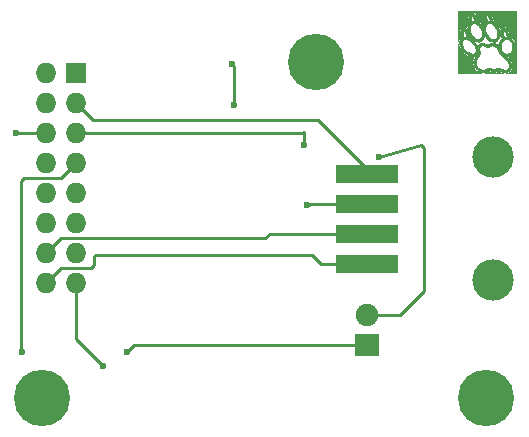
<source format=gbr>
G04 #@! TF.FileFunction,Copper,L2,Bot,Signal*
%FSLAX46Y46*%
G04 Gerber Fmt 4.6, Leading zero omitted, Abs format (unit mm)*
G04 Created by KiCad (PCBNEW (2015-08-05 BZR 6055, Git fa29c62)-product) date 3/31/2016 4:17:09 PM*
%MOMM*%
G01*
G04 APERTURE LIST*
%ADD10C,0.100000*%
%ADD11C,0.002540*%
%ADD12C,4.762500*%
%ADD13R,2.000000X1.900000*%
%ADD14C,1.900000*%
%ADD15C,3.500000*%
%ADD16R,5.330000X1.650000*%
%ADD17R,1.727200X1.727200*%
%ADD18O,1.727200X1.727200*%
%ADD19C,0.600000*%
%ADD20C,0.250000*%
G04 APERTURE END LIST*
D10*
D11*
G36*
X148673820Y-40657780D02*
X148676360Y-41963340D01*
X148676360Y-42138600D01*
X148676360Y-42298620D01*
X148676360Y-42443400D01*
X148676360Y-42570400D01*
X148676360Y-42687240D01*
X148676360Y-42788840D01*
X148676360Y-42877740D01*
X148676360Y-42953940D01*
X148678900Y-43019980D01*
X148678900Y-43075860D01*
X148678900Y-43121580D01*
X148678900Y-43157140D01*
X148681440Y-43185080D01*
X148681440Y-43202860D01*
X148683980Y-43215560D01*
X148683980Y-43223180D01*
X148686520Y-43223180D01*
X148686520Y-43218100D01*
X148686520Y-43218100D01*
X148704300Y-43157140D01*
X148727160Y-43096180D01*
X148752560Y-43042840D01*
X148777960Y-42999660D01*
X148793200Y-42981880D01*
X148800820Y-42971720D01*
X148803360Y-42961560D01*
X148803360Y-42948860D01*
X148800820Y-42926000D01*
X148793200Y-42892980D01*
X148775420Y-42786300D01*
X148762720Y-42677080D01*
X148760180Y-42562780D01*
X148762720Y-42451020D01*
X148772880Y-42344340D01*
X148793200Y-42250360D01*
X148793200Y-42245280D01*
X148821140Y-42158920D01*
X148859240Y-42087800D01*
X148904960Y-42029380D01*
X148958300Y-41986200D01*
X148986240Y-41970960D01*
X149014180Y-41958260D01*
X149042120Y-41950640D01*
X149072600Y-41948100D01*
X149105620Y-41948100D01*
X149143720Y-41948100D01*
X149174200Y-41950640D01*
X149197060Y-41958260D01*
X149227540Y-41970960D01*
X149235160Y-41976040D01*
X149293580Y-42014140D01*
X149329140Y-42047160D01*
X149367240Y-42090340D01*
X149377400Y-42026840D01*
X149402800Y-41915080D01*
X149440900Y-41805860D01*
X149491700Y-41709340D01*
X149494240Y-41701720D01*
X149529800Y-41648380D01*
X149512020Y-41589960D01*
X149496780Y-41529000D01*
X149484080Y-41475660D01*
X149476460Y-41422320D01*
X149471380Y-41368980D01*
X149468840Y-41308020D01*
X149466300Y-41236900D01*
X149466300Y-41206420D01*
X149468840Y-41107360D01*
X149473920Y-41023540D01*
X149481540Y-40952420D01*
X149496780Y-40891460D01*
X149514560Y-40840660D01*
X149539960Y-40797480D01*
X149567900Y-40759380D01*
X149590760Y-40739060D01*
X149628860Y-40706040D01*
X149666960Y-40685720D01*
X149707600Y-40673020D01*
X149758400Y-40665400D01*
X149796500Y-40665400D01*
X149849840Y-40667940D01*
X149898100Y-40678100D01*
X149941280Y-40695880D01*
X149979380Y-40726360D01*
X150020020Y-40767000D01*
X150063200Y-40820340D01*
X150080980Y-40843200D01*
X150164800Y-40972740D01*
X150238460Y-41109900D01*
X150301960Y-41247060D01*
X150350220Y-41386760D01*
X150368000Y-41442640D01*
X150378160Y-41480740D01*
X150385780Y-41511220D01*
X150393400Y-41534080D01*
X150395940Y-41541700D01*
X150451820Y-41584880D01*
X150515320Y-41638220D01*
X150578820Y-41696640D01*
X150639780Y-41760140D01*
X150677880Y-41803320D01*
X150721060Y-41854120D01*
X150754080Y-41783000D01*
X150771860Y-41747440D01*
X150789640Y-41714420D01*
X150804880Y-41689020D01*
X150809960Y-41681400D01*
X150830280Y-41653460D01*
X150812500Y-41577260D01*
X150789640Y-41480740D01*
X150774400Y-41376600D01*
X150766780Y-41269920D01*
X150766780Y-41165780D01*
X150771860Y-41064180D01*
X150782020Y-40970200D01*
X150799800Y-40888920D01*
X150804880Y-40873680D01*
X150832820Y-40810180D01*
X150868380Y-40756840D01*
X150909020Y-40721280D01*
X150949660Y-40693340D01*
X150990300Y-40678100D01*
X151033480Y-40667940D01*
X151086820Y-40665400D01*
X151099520Y-40665400D01*
X151150320Y-40667940D01*
X151193500Y-40675560D01*
X151234140Y-40693340D01*
X151272240Y-40718740D01*
X151310340Y-40754300D01*
X151350980Y-40800020D01*
X151394160Y-40860980D01*
X151419560Y-40896540D01*
X151485600Y-41003220D01*
X151544020Y-41117520D01*
X151597360Y-41234360D01*
X151640540Y-41348660D01*
X151673560Y-41457880D01*
X151676100Y-41470580D01*
X151691340Y-41536620D01*
X151747220Y-41579800D01*
X151836120Y-41650920D01*
X151919940Y-41737280D01*
X152001220Y-41833800D01*
X152074880Y-41935400D01*
X152138380Y-42039540D01*
X152146000Y-42057320D01*
X152186640Y-42133520D01*
X152201880Y-42105580D01*
X152234900Y-42054780D01*
X152283160Y-42011600D01*
X152339040Y-41976040D01*
X152400000Y-41953180D01*
X152435560Y-41945560D01*
X152491440Y-41945560D01*
X152544780Y-41955720D01*
X152593040Y-41976040D01*
X152643840Y-42006520D01*
X152694640Y-42052240D01*
X152747980Y-42113200D01*
X152806400Y-42186860D01*
X152839420Y-42235120D01*
X152923240Y-42367200D01*
X152994360Y-42501820D01*
X153050240Y-42636440D01*
X153090880Y-42760900D01*
X153121360Y-42862500D01*
X153164540Y-42887900D01*
X153195020Y-42908220D01*
X153230580Y-42938700D01*
X153271220Y-42976800D01*
X153311860Y-43017440D01*
X153352500Y-43058080D01*
X153385520Y-43098720D01*
X153408380Y-43126660D01*
X153471880Y-43238420D01*
X153522680Y-43360340D01*
X153560780Y-43484800D01*
X153563320Y-43502580D01*
X153570940Y-43550840D01*
X153576020Y-43611800D01*
X153578560Y-43677840D01*
X153576020Y-43748960D01*
X153573480Y-43815000D01*
X153568400Y-43875960D01*
X153560780Y-43926760D01*
X153560780Y-43934380D01*
X153527760Y-44051220D01*
X153479500Y-44160440D01*
X153421080Y-44262040D01*
X153352500Y-44353480D01*
X153271220Y-44432220D01*
X153192480Y-44490640D01*
X153146760Y-44518580D01*
X153090880Y-44546520D01*
X153035000Y-44569380D01*
X152984200Y-44587160D01*
X152974040Y-44589700D01*
X152951180Y-44594780D01*
X152999440Y-44653200D01*
X153075640Y-44747180D01*
X153139140Y-44843700D01*
X153189940Y-44942760D01*
X153230580Y-45046900D01*
X153253440Y-45125640D01*
X153266140Y-45196760D01*
X153273760Y-45275500D01*
X153276300Y-45354240D01*
X153271220Y-45430440D01*
X153258520Y-45496480D01*
X153255980Y-45501560D01*
X153222960Y-45598080D01*
X153174700Y-45684440D01*
X153113740Y-45763180D01*
X153042620Y-45829220D01*
X152961340Y-45882560D01*
X152869900Y-45923200D01*
X152824180Y-45938440D01*
X152788620Y-45948600D01*
X152760680Y-45956220D01*
X152740360Y-45958760D01*
X152742900Y-45961300D01*
X152763220Y-45961300D01*
X152796240Y-45961300D01*
X152841960Y-45961300D01*
X152897840Y-45963840D01*
X152963880Y-45963840D01*
X153040080Y-45963840D01*
X153121360Y-45963840D01*
X153151840Y-45963840D01*
X153586180Y-45966380D01*
X153586180Y-43312080D01*
X153586180Y-40657780D01*
X151130000Y-40657780D01*
X148673820Y-40657780D01*
X148673820Y-40657780D01*
X148673820Y-40657780D01*
G37*
X148673820Y-40657780D02*
X148676360Y-41963340D01*
X148676360Y-42138600D01*
X148676360Y-42298620D01*
X148676360Y-42443400D01*
X148676360Y-42570400D01*
X148676360Y-42687240D01*
X148676360Y-42788840D01*
X148676360Y-42877740D01*
X148676360Y-42953940D01*
X148678900Y-43019980D01*
X148678900Y-43075860D01*
X148678900Y-43121580D01*
X148678900Y-43157140D01*
X148681440Y-43185080D01*
X148681440Y-43202860D01*
X148683980Y-43215560D01*
X148683980Y-43223180D01*
X148686520Y-43223180D01*
X148686520Y-43218100D01*
X148686520Y-43218100D01*
X148704300Y-43157140D01*
X148727160Y-43096180D01*
X148752560Y-43042840D01*
X148777960Y-42999660D01*
X148793200Y-42981880D01*
X148800820Y-42971720D01*
X148803360Y-42961560D01*
X148803360Y-42948860D01*
X148800820Y-42926000D01*
X148793200Y-42892980D01*
X148775420Y-42786300D01*
X148762720Y-42677080D01*
X148760180Y-42562780D01*
X148762720Y-42451020D01*
X148772880Y-42344340D01*
X148793200Y-42250360D01*
X148793200Y-42245280D01*
X148821140Y-42158920D01*
X148859240Y-42087800D01*
X148904960Y-42029380D01*
X148958300Y-41986200D01*
X148986240Y-41970960D01*
X149014180Y-41958260D01*
X149042120Y-41950640D01*
X149072600Y-41948100D01*
X149105620Y-41948100D01*
X149143720Y-41948100D01*
X149174200Y-41950640D01*
X149197060Y-41958260D01*
X149227540Y-41970960D01*
X149235160Y-41976040D01*
X149293580Y-42014140D01*
X149329140Y-42047160D01*
X149367240Y-42090340D01*
X149377400Y-42026840D01*
X149402800Y-41915080D01*
X149440900Y-41805860D01*
X149491700Y-41709340D01*
X149494240Y-41701720D01*
X149529800Y-41648380D01*
X149512020Y-41589960D01*
X149496780Y-41529000D01*
X149484080Y-41475660D01*
X149476460Y-41422320D01*
X149471380Y-41368980D01*
X149468840Y-41308020D01*
X149466300Y-41236900D01*
X149466300Y-41206420D01*
X149468840Y-41107360D01*
X149473920Y-41023540D01*
X149481540Y-40952420D01*
X149496780Y-40891460D01*
X149514560Y-40840660D01*
X149539960Y-40797480D01*
X149567900Y-40759380D01*
X149590760Y-40739060D01*
X149628860Y-40706040D01*
X149666960Y-40685720D01*
X149707600Y-40673020D01*
X149758400Y-40665400D01*
X149796500Y-40665400D01*
X149849840Y-40667940D01*
X149898100Y-40678100D01*
X149941280Y-40695880D01*
X149979380Y-40726360D01*
X150020020Y-40767000D01*
X150063200Y-40820340D01*
X150080980Y-40843200D01*
X150164800Y-40972740D01*
X150238460Y-41109900D01*
X150301960Y-41247060D01*
X150350220Y-41386760D01*
X150368000Y-41442640D01*
X150378160Y-41480740D01*
X150385780Y-41511220D01*
X150393400Y-41534080D01*
X150395940Y-41541700D01*
X150451820Y-41584880D01*
X150515320Y-41638220D01*
X150578820Y-41696640D01*
X150639780Y-41760140D01*
X150677880Y-41803320D01*
X150721060Y-41854120D01*
X150754080Y-41783000D01*
X150771860Y-41747440D01*
X150789640Y-41714420D01*
X150804880Y-41689020D01*
X150809960Y-41681400D01*
X150830280Y-41653460D01*
X150812500Y-41577260D01*
X150789640Y-41480740D01*
X150774400Y-41376600D01*
X150766780Y-41269920D01*
X150766780Y-41165780D01*
X150771860Y-41064180D01*
X150782020Y-40970200D01*
X150799800Y-40888920D01*
X150804880Y-40873680D01*
X150832820Y-40810180D01*
X150868380Y-40756840D01*
X150909020Y-40721280D01*
X150949660Y-40693340D01*
X150990300Y-40678100D01*
X151033480Y-40667940D01*
X151086820Y-40665400D01*
X151099520Y-40665400D01*
X151150320Y-40667940D01*
X151193500Y-40675560D01*
X151234140Y-40693340D01*
X151272240Y-40718740D01*
X151310340Y-40754300D01*
X151350980Y-40800020D01*
X151394160Y-40860980D01*
X151419560Y-40896540D01*
X151485600Y-41003220D01*
X151544020Y-41117520D01*
X151597360Y-41234360D01*
X151640540Y-41348660D01*
X151673560Y-41457880D01*
X151676100Y-41470580D01*
X151691340Y-41536620D01*
X151747220Y-41579800D01*
X151836120Y-41650920D01*
X151919940Y-41737280D01*
X152001220Y-41833800D01*
X152074880Y-41935400D01*
X152138380Y-42039540D01*
X152146000Y-42057320D01*
X152186640Y-42133520D01*
X152201880Y-42105580D01*
X152234900Y-42054780D01*
X152283160Y-42011600D01*
X152339040Y-41976040D01*
X152400000Y-41953180D01*
X152435560Y-41945560D01*
X152491440Y-41945560D01*
X152544780Y-41955720D01*
X152593040Y-41976040D01*
X152643840Y-42006520D01*
X152694640Y-42052240D01*
X152747980Y-42113200D01*
X152806400Y-42186860D01*
X152839420Y-42235120D01*
X152923240Y-42367200D01*
X152994360Y-42501820D01*
X153050240Y-42636440D01*
X153090880Y-42760900D01*
X153121360Y-42862500D01*
X153164540Y-42887900D01*
X153195020Y-42908220D01*
X153230580Y-42938700D01*
X153271220Y-42976800D01*
X153311860Y-43017440D01*
X153352500Y-43058080D01*
X153385520Y-43098720D01*
X153408380Y-43126660D01*
X153471880Y-43238420D01*
X153522680Y-43360340D01*
X153560780Y-43484800D01*
X153563320Y-43502580D01*
X153570940Y-43550840D01*
X153576020Y-43611800D01*
X153578560Y-43677840D01*
X153576020Y-43748960D01*
X153573480Y-43815000D01*
X153568400Y-43875960D01*
X153560780Y-43926760D01*
X153560780Y-43934380D01*
X153527760Y-44051220D01*
X153479500Y-44160440D01*
X153421080Y-44262040D01*
X153352500Y-44353480D01*
X153271220Y-44432220D01*
X153192480Y-44490640D01*
X153146760Y-44518580D01*
X153090880Y-44546520D01*
X153035000Y-44569380D01*
X152984200Y-44587160D01*
X152974040Y-44589700D01*
X152951180Y-44594780D01*
X152999440Y-44653200D01*
X153075640Y-44747180D01*
X153139140Y-44843700D01*
X153189940Y-44942760D01*
X153230580Y-45046900D01*
X153253440Y-45125640D01*
X153266140Y-45196760D01*
X153273760Y-45275500D01*
X153276300Y-45354240D01*
X153271220Y-45430440D01*
X153258520Y-45496480D01*
X153255980Y-45501560D01*
X153222960Y-45598080D01*
X153174700Y-45684440D01*
X153113740Y-45763180D01*
X153042620Y-45829220D01*
X152961340Y-45882560D01*
X152869900Y-45923200D01*
X152824180Y-45938440D01*
X152788620Y-45948600D01*
X152760680Y-45956220D01*
X152740360Y-45958760D01*
X152742900Y-45961300D01*
X152763220Y-45961300D01*
X152796240Y-45961300D01*
X152841960Y-45961300D01*
X152897840Y-45963840D01*
X152963880Y-45963840D01*
X153040080Y-45963840D01*
X153121360Y-45963840D01*
X153151840Y-45963840D01*
X153586180Y-45966380D01*
X153586180Y-43312080D01*
X153586180Y-40657780D01*
X151130000Y-40657780D01*
X148673820Y-40657780D01*
X148673820Y-40657780D01*
G36*
X150931880Y-45956220D02*
X150934420Y-45958760D01*
X150944580Y-45958760D01*
X150959820Y-45961300D01*
X150985220Y-45961300D01*
X151018240Y-45961300D01*
X151061420Y-45963840D01*
X151114760Y-45963840D01*
X151180800Y-45963840D01*
X151259540Y-45963840D01*
X151353520Y-45963840D01*
X151457660Y-45963840D01*
X151579580Y-45963840D01*
X151701500Y-45963840D01*
X151838660Y-45963840D01*
X151958040Y-45963840D01*
X152064720Y-45963840D01*
X152156160Y-45963840D01*
X152232360Y-45963840D01*
X152298400Y-45963840D01*
X152349200Y-45961300D01*
X152392380Y-45961300D01*
X152422860Y-45961300D01*
X152445720Y-45958760D01*
X152460960Y-45958760D01*
X152468580Y-45956220D01*
X152468580Y-45956220D01*
X152460960Y-45953680D01*
X152458420Y-45953680D01*
X152407620Y-45940980D01*
X152356820Y-45925740D01*
X152300940Y-45905420D01*
X152239980Y-45877480D01*
X152179020Y-45849540D01*
X152062180Y-45793660D01*
X152021540Y-45829220D01*
X151955500Y-45877480D01*
X151879300Y-45910500D01*
X151792940Y-45933360D01*
X151698960Y-45940980D01*
X151696420Y-45940980D01*
X151612600Y-45935900D01*
X151531320Y-45918120D01*
X151452580Y-45890180D01*
X151368760Y-45847000D01*
X151328120Y-45821600D01*
X151274780Y-45786040D01*
X151229060Y-45821600D01*
X151135080Y-45882560D01*
X151036020Y-45925740D01*
X150944580Y-45953680D01*
X150936960Y-45953680D01*
X150931880Y-45956220D01*
X150931880Y-45956220D01*
X150931880Y-45956220D01*
G37*
X150931880Y-45956220D02*
X150934420Y-45958760D01*
X150944580Y-45958760D01*
X150959820Y-45961300D01*
X150985220Y-45961300D01*
X151018240Y-45961300D01*
X151061420Y-45963840D01*
X151114760Y-45963840D01*
X151180800Y-45963840D01*
X151259540Y-45963840D01*
X151353520Y-45963840D01*
X151457660Y-45963840D01*
X151579580Y-45963840D01*
X151701500Y-45963840D01*
X151838660Y-45963840D01*
X151958040Y-45963840D01*
X152064720Y-45963840D01*
X152156160Y-45963840D01*
X152232360Y-45963840D01*
X152298400Y-45963840D01*
X152349200Y-45961300D01*
X152392380Y-45961300D01*
X152422860Y-45961300D01*
X152445720Y-45958760D01*
X152460960Y-45958760D01*
X152468580Y-45956220D01*
X152468580Y-45956220D01*
X152460960Y-45953680D01*
X152458420Y-45953680D01*
X152407620Y-45940980D01*
X152356820Y-45925740D01*
X152300940Y-45905420D01*
X152239980Y-45877480D01*
X152179020Y-45849540D01*
X152062180Y-45793660D01*
X152021540Y-45829220D01*
X151955500Y-45877480D01*
X151879300Y-45910500D01*
X151792940Y-45933360D01*
X151698960Y-45940980D01*
X151696420Y-45940980D01*
X151612600Y-45935900D01*
X151531320Y-45918120D01*
X151452580Y-45890180D01*
X151368760Y-45847000D01*
X151328120Y-45821600D01*
X151274780Y-45786040D01*
X151229060Y-45821600D01*
X151135080Y-45882560D01*
X151036020Y-45925740D01*
X150944580Y-45953680D01*
X150936960Y-45953680D01*
X150931880Y-45956220D01*
X150931880Y-45956220D01*
G36*
X148673820Y-45966380D02*
X149677120Y-45963840D01*
X149677120Y-44711620D01*
X149679660Y-44706540D01*
X149687280Y-44706540D01*
X149699980Y-44714160D01*
X149702520Y-44737020D01*
X149702520Y-44739560D01*
X149702520Y-44759880D01*
X149697440Y-44764960D01*
X149692360Y-44752260D01*
X149682200Y-44731940D01*
X149677120Y-44711620D01*
X149677120Y-45963840D01*
X149679660Y-45963840D01*
X149710140Y-45963840D01*
X149710140Y-44731940D01*
X149717760Y-44734480D01*
X149720300Y-44737020D01*
X149730460Y-44742100D01*
X149733000Y-44734480D01*
X149733000Y-44726860D01*
X149738080Y-44709080D01*
X149748240Y-44704000D01*
X149758400Y-44714160D01*
X149760940Y-44724320D01*
X149768560Y-44747180D01*
X149771100Y-44757340D01*
X149771100Y-44709080D01*
X149776180Y-44706540D01*
X149793960Y-44704000D01*
X149796500Y-44704000D01*
X149816820Y-44706540D01*
X149821900Y-44709080D01*
X149819360Y-44711620D01*
X149811740Y-44721780D01*
X149816820Y-44739560D01*
X149816820Y-44742100D01*
X149824440Y-44759880D01*
X149824440Y-44770040D01*
X149821900Y-44770040D01*
X149814280Y-44762420D01*
X149806660Y-44747180D01*
X149801580Y-44734480D01*
X149801580Y-44731940D01*
X149793960Y-44719240D01*
X149781260Y-44711620D01*
X149771100Y-44709080D01*
X149771100Y-44757340D01*
X149773640Y-44770040D01*
X149771100Y-44770040D01*
X149760940Y-44759880D01*
X149755860Y-44749720D01*
X149743160Y-44724320D01*
X149740620Y-44749720D01*
X149738080Y-44767500D01*
X149733000Y-44770040D01*
X149720300Y-44757340D01*
X149710140Y-44742100D01*
X149710140Y-44731940D01*
X149710140Y-45963840D01*
X149832060Y-45963840D01*
X149969220Y-45963840D01*
X150091140Y-45963840D01*
X150200360Y-45963840D01*
X150291800Y-45963840D01*
X150373080Y-45963840D01*
X150441660Y-45963840D01*
X150497540Y-45961300D01*
X150543260Y-45961300D01*
X150578820Y-45961300D01*
X150604220Y-45958760D01*
X150624540Y-45958760D01*
X150634700Y-45956220D01*
X150637240Y-45956220D01*
X150634700Y-45953680D01*
X150629620Y-45953680D01*
X150512780Y-45920660D01*
X150401020Y-45874940D01*
X150296880Y-45813980D01*
X150197820Y-45737780D01*
X150126700Y-45669200D01*
X150053040Y-45582840D01*
X149992080Y-45488860D01*
X149943820Y-45387260D01*
X149903180Y-45275500D01*
X149895560Y-45247560D01*
X149887940Y-45212000D01*
X149880320Y-45184060D01*
X149877780Y-45153580D01*
X149875240Y-45118020D01*
X149872700Y-45072300D01*
X149872700Y-45026580D01*
X149875240Y-44950380D01*
X149877780Y-44884340D01*
X149887940Y-44828460D01*
X149903180Y-44775120D01*
X149923500Y-44719240D01*
X149941280Y-44681140D01*
X149953980Y-44650660D01*
X149964140Y-44627800D01*
X149969220Y-44615100D01*
X149969220Y-44615100D01*
X149961600Y-44612560D01*
X149941280Y-44612560D01*
X149910800Y-44610020D01*
X149898100Y-44610020D01*
X149788880Y-44602400D01*
X149674580Y-44579540D01*
X149560280Y-44541440D01*
X149445980Y-44490640D01*
X149331680Y-44424600D01*
X149283420Y-44391580D01*
X149235160Y-44356020D01*
X149179280Y-44307760D01*
X149120860Y-44251880D01*
X149062440Y-44193460D01*
X149009100Y-44135040D01*
X148960840Y-44079160D01*
X148920200Y-44030900D01*
X148917660Y-44025820D01*
X148836380Y-43901360D01*
X148772880Y-43774360D01*
X148722080Y-43647360D01*
X148691600Y-43535600D01*
X148676360Y-43454320D01*
X148676360Y-44711620D01*
X148673820Y-45966380D01*
X148673820Y-45966380D01*
X148673820Y-45966380D01*
G37*
X148673820Y-45966380D02*
X149677120Y-45963840D01*
X149677120Y-44711620D01*
X149679660Y-44706540D01*
X149687280Y-44706540D01*
X149699980Y-44714160D01*
X149702520Y-44737020D01*
X149702520Y-44739560D01*
X149702520Y-44759880D01*
X149697440Y-44764960D01*
X149692360Y-44752260D01*
X149682200Y-44731940D01*
X149677120Y-44711620D01*
X149677120Y-45963840D01*
X149679660Y-45963840D01*
X149710140Y-45963840D01*
X149710140Y-44731940D01*
X149717760Y-44734480D01*
X149720300Y-44737020D01*
X149730460Y-44742100D01*
X149733000Y-44734480D01*
X149733000Y-44726860D01*
X149738080Y-44709080D01*
X149748240Y-44704000D01*
X149758400Y-44714160D01*
X149760940Y-44724320D01*
X149768560Y-44747180D01*
X149771100Y-44757340D01*
X149771100Y-44709080D01*
X149776180Y-44706540D01*
X149793960Y-44704000D01*
X149796500Y-44704000D01*
X149816820Y-44706540D01*
X149821900Y-44709080D01*
X149819360Y-44711620D01*
X149811740Y-44721780D01*
X149816820Y-44739560D01*
X149816820Y-44742100D01*
X149824440Y-44759880D01*
X149824440Y-44770040D01*
X149821900Y-44770040D01*
X149814280Y-44762420D01*
X149806660Y-44747180D01*
X149801580Y-44734480D01*
X149801580Y-44731940D01*
X149793960Y-44719240D01*
X149781260Y-44711620D01*
X149771100Y-44709080D01*
X149771100Y-44757340D01*
X149773640Y-44770040D01*
X149771100Y-44770040D01*
X149760940Y-44759880D01*
X149755860Y-44749720D01*
X149743160Y-44724320D01*
X149740620Y-44749720D01*
X149738080Y-44767500D01*
X149733000Y-44770040D01*
X149720300Y-44757340D01*
X149710140Y-44742100D01*
X149710140Y-44731940D01*
X149710140Y-45963840D01*
X149832060Y-45963840D01*
X149969220Y-45963840D01*
X150091140Y-45963840D01*
X150200360Y-45963840D01*
X150291800Y-45963840D01*
X150373080Y-45963840D01*
X150441660Y-45963840D01*
X150497540Y-45961300D01*
X150543260Y-45961300D01*
X150578820Y-45961300D01*
X150604220Y-45958760D01*
X150624540Y-45958760D01*
X150634700Y-45956220D01*
X150637240Y-45956220D01*
X150634700Y-45953680D01*
X150629620Y-45953680D01*
X150512780Y-45920660D01*
X150401020Y-45874940D01*
X150296880Y-45813980D01*
X150197820Y-45737780D01*
X150126700Y-45669200D01*
X150053040Y-45582840D01*
X149992080Y-45488860D01*
X149943820Y-45387260D01*
X149903180Y-45275500D01*
X149895560Y-45247560D01*
X149887940Y-45212000D01*
X149880320Y-45184060D01*
X149877780Y-45153580D01*
X149875240Y-45118020D01*
X149872700Y-45072300D01*
X149872700Y-45026580D01*
X149875240Y-44950380D01*
X149877780Y-44884340D01*
X149887940Y-44828460D01*
X149903180Y-44775120D01*
X149923500Y-44719240D01*
X149941280Y-44681140D01*
X149953980Y-44650660D01*
X149964140Y-44627800D01*
X149969220Y-44615100D01*
X149969220Y-44615100D01*
X149961600Y-44612560D01*
X149941280Y-44612560D01*
X149910800Y-44610020D01*
X149898100Y-44610020D01*
X149788880Y-44602400D01*
X149674580Y-44579540D01*
X149560280Y-44541440D01*
X149445980Y-44490640D01*
X149331680Y-44424600D01*
X149283420Y-44391580D01*
X149235160Y-44356020D01*
X149179280Y-44307760D01*
X149120860Y-44251880D01*
X149062440Y-44193460D01*
X149009100Y-44135040D01*
X148960840Y-44079160D01*
X148920200Y-44030900D01*
X148917660Y-44025820D01*
X148836380Y-43901360D01*
X148772880Y-43774360D01*
X148722080Y-43647360D01*
X148691600Y-43535600D01*
X148676360Y-43454320D01*
X148676360Y-44711620D01*
X148673820Y-45966380D01*
X148673820Y-45966380D01*
G36*
X148772880Y-43378120D02*
X148777960Y-43436540D01*
X148783040Y-43487340D01*
X148788120Y-43515280D01*
X148795740Y-43550840D01*
X148808440Y-43594020D01*
X148823680Y-43639740D01*
X148826220Y-43649900D01*
X148877020Y-43766740D01*
X148943060Y-43883580D01*
X148983700Y-43944540D01*
X148983700Y-43370500D01*
X148983700Y-43322240D01*
X148986240Y-43289220D01*
X148988780Y-43263820D01*
X148993860Y-43243500D01*
X148998940Y-43223180D01*
X149004020Y-43218100D01*
X149037040Y-43162220D01*
X149057360Y-43141900D01*
X149057360Y-42532300D01*
X149059900Y-42509440D01*
X149062440Y-42466260D01*
X149070060Y-42420540D01*
X149077680Y-42374820D01*
X149085300Y-42334180D01*
X149092920Y-42298620D01*
X149100540Y-42273220D01*
X149105620Y-42263060D01*
X149113240Y-42265600D01*
X149125940Y-42280840D01*
X149146260Y-42308780D01*
X149166580Y-42344340D01*
X149191980Y-42387520D01*
X149217380Y-42435780D01*
X149240240Y-42486580D01*
X149265640Y-42537380D01*
X149285960Y-42588180D01*
X149303740Y-42633900D01*
X149303740Y-42636440D01*
X149324060Y-42699940D01*
X149341840Y-42768520D01*
X149359620Y-42847260D01*
X149372320Y-42913300D01*
X149377400Y-42941240D01*
X149331680Y-42928540D01*
X149303740Y-42923460D01*
X149265640Y-42920920D01*
X149222460Y-42918380D01*
X149199600Y-42918380D01*
X149108160Y-42918380D01*
X149090380Y-42837100D01*
X149070060Y-42730420D01*
X149059900Y-42628820D01*
X149057360Y-42532300D01*
X149057360Y-43141900D01*
X149082760Y-43119040D01*
X149118320Y-43096180D01*
X149164040Y-43080940D01*
X149222460Y-43070780D01*
X149283420Y-43070780D01*
X149349460Y-43075860D01*
X149390100Y-43086020D01*
X149491700Y-43121580D01*
X149590760Y-43169840D01*
X149684740Y-43233340D01*
X149778720Y-43304460D01*
X149862540Y-43388280D01*
X149941280Y-43477180D01*
X150012400Y-43571160D01*
X150070820Y-43670220D01*
X150116540Y-43771820D01*
X150149560Y-43873420D01*
X150164800Y-43952160D01*
X150167340Y-44028360D01*
X150159720Y-44099480D01*
X150136860Y-44162980D01*
X150103840Y-44216320D01*
X150063200Y-44256960D01*
X150009860Y-44287440D01*
X149997160Y-44292520D01*
X149951440Y-44302680D01*
X149895560Y-44305220D01*
X149834600Y-44302680D01*
X149776180Y-44295060D01*
X149750780Y-44289980D01*
X149649180Y-44254420D01*
X149550120Y-44203620D01*
X149453600Y-44140120D01*
X149359620Y-44063920D01*
X149273260Y-43980100D01*
X149191980Y-43886120D01*
X149123400Y-43787060D01*
X149062440Y-43682920D01*
X149016720Y-43576240D01*
X149011640Y-43561000D01*
X148998940Y-43525440D01*
X148991320Y-43497500D01*
X148986240Y-43469560D01*
X148983700Y-43439080D01*
X148983700Y-43398440D01*
X148983700Y-43370500D01*
X148983700Y-43944540D01*
X149019260Y-43997880D01*
X149108160Y-44104560D01*
X149207220Y-44201080D01*
X149313900Y-44289980D01*
X149423120Y-44366180D01*
X149512020Y-44414440D01*
X149570440Y-44442380D01*
X149636480Y-44465240D01*
X149707600Y-44488100D01*
X149771100Y-44503340D01*
X149811740Y-44508420D01*
X149905720Y-44513500D01*
X149994620Y-44503340D01*
X150075900Y-44480480D01*
X150149560Y-44444920D01*
X150213060Y-44396660D01*
X150230840Y-44381420D01*
X150238460Y-44376340D01*
X150241000Y-44376340D01*
X150235920Y-44386500D01*
X150223220Y-44406820D01*
X150205440Y-44434760D01*
X150180040Y-44470320D01*
X150162260Y-44498260D01*
X150106380Y-44582080D01*
X150063200Y-44655740D01*
X150030180Y-44721780D01*
X150004780Y-44787820D01*
X149984460Y-44851320D01*
X149971760Y-44917360D01*
X149969220Y-44945300D01*
X149964140Y-45044360D01*
X149976840Y-45148500D01*
X149999700Y-45252640D01*
X150037800Y-45356780D01*
X150086060Y-45453300D01*
X150147020Y-45542200D01*
X150154640Y-45552360D01*
X150172420Y-45572680D01*
X150172420Y-45024040D01*
X150174960Y-44968160D01*
X150180040Y-44919900D01*
X150192740Y-44871640D01*
X150207980Y-44823380D01*
X150233380Y-44772580D01*
X150266400Y-44714160D01*
X150307040Y-44648120D01*
X150340060Y-44597320D01*
X150388320Y-44528740D01*
X150423880Y-44467780D01*
X150451820Y-44414440D01*
X150472140Y-44366180D01*
X150487380Y-44320460D01*
X150489920Y-44302680D01*
X150497540Y-44254420D01*
X150502620Y-44208700D01*
X150500080Y-44162980D01*
X150495000Y-44107100D01*
X150482300Y-44041060D01*
X150482300Y-44033440D01*
X150469600Y-43967400D01*
X150464520Y-43911520D01*
X150464520Y-43863260D01*
X150474680Y-43822620D01*
X150487380Y-43779440D01*
X150495000Y-43766740D01*
X150530560Y-43708320D01*
X150578820Y-43660060D01*
X150634700Y-43627040D01*
X150698200Y-43609260D01*
X150766780Y-43606720D01*
X150812500Y-43611800D01*
X150842980Y-43619420D01*
X150883620Y-43634660D01*
X150934420Y-43654980D01*
X150987760Y-43680380D01*
X151056340Y-43710860D01*
X151112220Y-43733720D01*
X151163020Y-43743880D01*
X151206200Y-43746420D01*
X151246840Y-43738800D01*
X151287480Y-43723560D01*
X151328120Y-43695620D01*
X151335740Y-43693080D01*
X151384000Y-43657520D01*
X151424640Y-43634660D01*
X151462740Y-43619420D01*
X151498300Y-43611800D01*
X151538940Y-43609260D01*
X151556720Y-43609260D01*
X151599900Y-43609260D01*
X151632920Y-43614340D01*
X151663400Y-43621960D01*
X151686260Y-43629580D01*
X151765000Y-43667680D01*
X151833580Y-43713400D01*
X151892000Y-43766740D01*
X151947880Y-43827700D01*
X151993600Y-43898820D01*
X152029160Y-43977560D01*
X152049480Y-44030900D01*
X152072340Y-44096940D01*
X152097740Y-44155360D01*
X152125680Y-44211240D01*
X152158700Y-44264580D01*
X152196800Y-44317920D01*
X152242520Y-44371260D01*
X152270460Y-44396660D01*
X152270460Y-43662600D01*
X152270460Y-43611800D01*
X152273000Y-43573700D01*
X152275540Y-43540680D01*
X152280620Y-43512740D01*
X152288240Y-43484800D01*
X152293320Y-43464480D01*
X152321260Y-43383200D01*
X152354280Y-43317160D01*
X152397460Y-43256200D01*
X152443180Y-43205400D01*
X152460960Y-43190160D01*
X152460960Y-42362120D01*
X152460960Y-42324020D01*
X152460960Y-42296080D01*
X152463500Y-42285920D01*
X152468580Y-42252900D01*
X152501600Y-42291000D01*
X152537160Y-42331640D01*
X152572720Y-42384980D01*
X152613360Y-42445940D01*
X152651460Y-42506900D01*
X152687020Y-42570400D01*
X152712420Y-42623740D01*
X152730200Y-42659300D01*
X152747980Y-42699940D01*
X152765760Y-42748200D01*
X152783540Y-42793920D01*
X152798780Y-42837100D01*
X152811480Y-42875200D01*
X152821640Y-42903140D01*
X152824180Y-42915840D01*
X152816560Y-42918380D01*
X152793700Y-42918380D01*
X152763220Y-42920920D01*
X152737820Y-42918380D01*
X152679400Y-42918380D01*
X152636220Y-42923460D01*
X152610820Y-42928540D01*
X152572720Y-42938700D01*
X152560020Y-42908220D01*
X152549860Y-42887900D01*
X152537160Y-42854880D01*
X152524460Y-42819320D01*
X152524460Y-42811700D01*
X152501600Y-42743120D01*
X152483820Y-42677080D01*
X152473660Y-42611040D01*
X152466040Y-42537380D01*
X152460960Y-42458640D01*
X152460960Y-42410380D01*
X152460960Y-42362120D01*
X152460960Y-43190160D01*
X152504140Y-43149520D01*
X152567640Y-43108880D01*
X152636220Y-43083480D01*
X152709880Y-43070780D01*
X152755600Y-43070780D01*
X152841960Y-43078400D01*
X152923240Y-43101260D01*
X152996900Y-43141900D01*
X153065480Y-43195240D01*
X153128980Y-43263820D01*
X153182320Y-43345100D01*
X153210260Y-43395900D01*
X153235660Y-43454320D01*
X153253440Y-43505120D01*
X153266140Y-43555920D01*
X153273760Y-43609260D01*
X153276300Y-43672760D01*
X153276300Y-43713400D01*
X153276300Y-43766740D01*
X153273760Y-43807380D01*
X153271220Y-43840400D01*
X153266140Y-43870880D01*
X153258520Y-43901360D01*
X153255980Y-43903900D01*
X153222960Y-43997880D01*
X153177240Y-44081700D01*
X153121360Y-44152820D01*
X153057860Y-44213780D01*
X152986740Y-44259500D01*
X152925780Y-44287440D01*
X152869900Y-44300140D01*
X152806400Y-44305220D01*
X152740360Y-44302680D01*
X152684480Y-44295060D01*
X152679400Y-44292520D01*
X152595580Y-44259500D01*
X152516840Y-44211240D01*
X152448260Y-44147740D01*
X152389840Y-44074080D01*
X152339040Y-43987720D01*
X152300940Y-43893740D01*
X152288240Y-43853100D01*
X152280620Y-43820080D01*
X152275540Y-43787060D01*
X152273000Y-43751500D01*
X152270460Y-43703240D01*
X152270460Y-43662600D01*
X152270460Y-44396660D01*
X152298400Y-44427140D01*
X152364440Y-44488100D01*
X152440640Y-44556680D01*
X152496520Y-44602400D01*
X152580340Y-44673520D01*
X152648920Y-44734480D01*
X152709880Y-44790360D01*
X152758140Y-44841160D01*
X152801320Y-44886880D01*
X152834340Y-44932600D01*
X152864820Y-44978320D01*
X152892760Y-45026580D01*
X152897840Y-45039280D01*
X152930860Y-45107860D01*
X152951180Y-45168820D01*
X152963880Y-45229780D01*
X152971500Y-45293280D01*
X152971500Y-45326300D01*
X152971500Y-45369480D01*
X152968960Y-45399960D01*
X152966420Y-45422820D01*
X152958800Y-45443140D01*
X152948640Y-45468540D01*
X152946100Y-45476160D01*
X152928320Y-45509180D01*
X152908000Y-45539660D01*
X152892760Y-45559980D01*
X152864820Y-45585380D01*
X152826720Y-45610780D01*
X152783540Y-45633640D01*
X152742900Y-45648880D01*
X152732740Y-45651420D01*
X152697180Y-45656500D01*
X152651460Y-45659040D01*
X152598120Y-45659040D01*
X152547320Y-45656500D01*
X152501600Y-45651420D01*
X152483820Y-45648880D01*
X152458420Y-45638720D01*
X152420320Y-45626020D01*
X152374600Y-45605700D01*
X152328880Y-45585380D01*
X152303480Y-45572680D01*
X152245060Y-45544740D01*
X152196800Y-45521880D01*
X152158700Y-45509180D01*
X152125680Y-45499020D01*
X152097740Y-45491400D01*
X152064720Y-45488860D01*
X152039320Y-45488860D01*
X151996140Y-45491400D01*
X151960580Y-45499020D01*
X151927560Y-45516800D01*
X151892000Y-45542200D01*
X151866600Y-45562520D01*
X151825960Y-45598080D01*
X151792940Y-45618400D01*
X151759920Y-45631100D01*
X151721820Y-45638720D01*
X151696420Y-45638720D01*
X151655780Y-45636180D01*
X151615140Y-45626020D01*
X151571960Y-45610780D01*
X151523700Y-45585380D01*
X151490680Y-45565060D01*
X151434800Y-45532040D01*
X151389080Y-45511720D01*
X151348440Y-45496480D01*
X151307800Y-45491400D01*
X151277320Y-45488860D01*
X151236680Y-45491400D01*
X151201120Y-45496480D01*
X151165560Y-45506640D01*
X151127460Y-45524420D01*
X151084280Y-45552360D01*
X151061420Y-45567600D01*
X151003000Y-45605700D01*
X150952200Y-45631100D01*
X150903940Y-45648880D01*
X150853140Y-45656500D01*
X150797260Y-45661580D01*
X150787100Y-45661580D01*
X150690580Y-45653960D01*
X150599140Y-45628560D01*
X150512780Y-45593000D01*
X150434040Y-45542200D01*
X150362920Y-45481240D01*
X150299420Y-45407580D01*
X150248620Y-45328840D01*
X150210520Y-45239940D01*
X150185120Y-45145960D01*
X150172420Y-45046900D01*
X150172420Y-45024040D01*
X150172420Y-45572680D01*
X150235920Y-45641260D01*
X150327360Y-45717460D01*
X150426420Y-45778420D01*
X150535640Y-45824140D01*
X150647400Y-45854620D01*
X150685500Y-45862240D01*
X150789640Y-45869860D01*
X150891240Y-45862240D01*
X150987760Y-45836840D01*
X151081740Y-45796200D01*
X151173180Y-45740320D01*
X151175720Y-45737780D01*
X151218900Y-45709840D01*
X151254460Y-45694600D01*
X151287480Y-45694600D01*
X151325580Y-45704760D01*
X151366220Y-45730160D01*
X151368760Y-45730160D01*
X151439880Y-45773340D01*
X151503380Y-45803820D01*
X151561800Y-45824140D01*
X151622760Y-45836840D01*
X151683720Y-45841920D01*
X151696420Y-45841920D01*
X151747220Y-45841920D01*
X151785320Y-45836840D01*
X151823420Y-45826680D01*
X151836120Y-45824140D01*
X151876760Y-45803820D01*
X151922480Y-45778420D01*
X151965660Y-45747940D01*
X152001220Y-45717460D01*
X152006300Y-45712380D01*
X152021540Y-45699680D01*
X152041860Y-45694600D01*
X152067260Y-45697140D01*
X152100280Y-45707300D01*
X152143460Y-45725080D01*
X152194260Y-45747940D01*
X152267920Y-45783500D01*
X152328880Y-45811440D01*
X152384760Y-45831760D01*
X152435560Y-45847000D01*
X152488900Y-45857160D01*
X152509220Y-45859700D01*
X152562560Y-45867320D01*
X152605740Y-45869860D01*
X152643840Y-45869860D01*
X152687020Y-45864780D01*
X152709880Y-45862240D01*
X152806400Y-45841920D01*
X152892760Y-45806360D01*
X152971500Y-45758100D01*
X153037540Y-45699680D01*
X153090880Y-45631100D01*
X153134060Y-45552360D01*
X153162000Y-45468540D01*
X153177240Y-45374560D01*
X153177240Y-45278040D01*
X153164540Y-45189140D01*
X153139140Y-45085000D01*
X153101040Y-44985940D01*
X153050240Y-44889420D01*
X152989280Y-44797980D01*
X152913080Y-44704000D01*
X152821640Y-44612560D01*
X152773380Y-44564300D01*
X152709880Y-44508420D01*
X152753060Y-44513500D01*
X152808940Y-44516040D01*
X152874980Y-44508420D01*
X152946100Y-44493180D01*
X153014680Y-44470320D01*
X153080720Y-44442380D01*
X153116280Y-44424600D01*
X153159460Y-44394120D01*
X153205180Y-44356020D01*
X153253440Y-44310300D01*
X153296620Y-44264580D01*
X153327100Y-44226480D01*
X153385520Y-44132500D01*
X153431240Y-44028360D01*
X153464260Y-43911520D01*
X153471880Y-43881040D01*
X153482040Y-43822620D01*
X153487120Y-43754040D01*
X153487120Y-43680380D01*
X153484580Y-43609260D01*
X153476960Y-43545760D01*
X153471880Y-43522900D01*
X153438860Y-43411140D01*
X153395680Y-43301920D01*
X153337260Y-43202860D01*
X153271220Y-43113960D01*
X153192480Y-43035220D01*
X153108660Y-42969180D01*
X153078180Y-42951400D01*
X153052780Y-42933620D01*
X153035000Y-42920920D01*
X153027380Y-42905680D01*
X153019760Y-42882820D01*
X153019760Y-42872660D01*
X152991820Y-42768520D01*
X152951180Y-42659300D01*
X152902920Y-42545000D01*
X152841960Y-42430700D01*
X152775920Y-42318940D01*
X152702260Y-42214800D01*
X152659080Y-42158920D01*
X152615900Y-42110660D01*
X152575260Y-42077640D01*
X152534620Y-42057320D01*
X152491440Y-42047160D01*
X152468580Y-42044620D01*
X152412700Y-42052240D01*
X152361900Y-42075100D01*
X152321260Y-42108120D01*
X152288240Y-42151300D01*
X152273000Y-42189400D01*
X152267920Y-42209720D01*
X152262840Y-42242740D01*
X152257760Y-42283380D01*
X152255220Y-42313860D01*
X152250140Y-42433240D01*
X152260300Y-42557700D01*
X152280620Y-42687240D01*
X152311100Y-42819320D01*
X152339040Y-42900600D01*
X152369520Y-42989500D01*
X152318720Y-43035220D01*
X152245060Y-43119040D01*
X152181560Y-43210480D01*
X152130760Y-43312080D01*
X152092660Y-43421300D01*
X152069800Y-43535600D01*
X152064720Y-43573700D01*
X152059640Y-43637200D01*
X152011380Y-43596560D01*
X151927560Y-43530520D01*
X151843740Y-43479720D01*
X151759920Y-43441620D01*
X151686260Y-43416220D01*
X151592280Y-43400980D01*
X151500840Y-43403520D01*
X151411940Y-43421300D01*
X151328120Y-43456860D01*
X151244300Y-43507660D01*
X151241760Y-43510200D01*
X151216360Y-43527980D01*
X151196040Y-43540680D01*
X151185880Y-43543220D01*
X151175720Y-43540680D01*
X151152860Y-43530520D01*
X151119840Y-43517820D01*
X151081740Y-43500040D01*
X151069040Y-43492420D01*
X150975060Y-43451780D01*
X150886160Y-43423840D01*
X150807420Y-43406060D01*
X150736300Y-43400980D01*
X150647400Y-43408600D01*
X150563580Y-43431460D01*
X150487380Y-43469560D01*
X150421340Y-43525440D01*
X150360380Y-43591480D01*
X150345140Y-43616880D01*
X150301960Y-43677840D01*
X150276560Y-43621960D01*
X150207980Y-43502580D01*
X150129240Y-43388280D01*
X150040340Y-43279060D01*
X149943820Y-43180000D01*
X149839680Y-43091100D01*
X149733000Y-43017440D01*
X149666960Y-42976800D01*
X149583140Y-42933620D01*
X149565360Y-42842180D01*
X149539960Y-42730420D01*
X149504400Y-42611040D01*
X149461220Y-42489120D01*
X149440900Y-42438320D01*
X149397720Y-42336720D01*
X149352000Y-42250360D01*
X149303740Y-42179240D01*
X149252940Y-42123360D01*
X149202140Y-42080180D01*
X149151340Y-42054780D01*
X149103080Y-42044620D01*
X149052280Y-42052240D01*
X149024340Y-42062400D01*
X148996400Y-42080180D01*
X148971000Y-42100500D01*
X148965920Y-42108120D01*
X148930360Y-42158920D01*
X148902420Y-42224960D01*
X148882100Y-42301160D01*
X148866860Y-42387520D01*
X148856700Y-42478960D01*
X148854160Y-42578020D01*
X148859240Y-42679620D01*
X148871940Y-42781220D01*
X148892260Y-42880280D01*
X148894800Y-42890440D01*
X148917660Y-42989500D01*
X148884640Y-43025060D01*
X148856700Y-43063160D01*
X148831300Y-43108880D01*
X148805900Y-43162220D01*
X148788120Y-43215560D01*
X148783040Y-43230800D01*
X148777960Y-43271440D01*
X148775420Y-43322240D01*
X148772880Y-43378120D01*
X148772880Y-43378120D01*
X148772880Y-43378120D01*
G37*
X148772880Y-43378120D02*
X148777960Y-43436540D01*
X148783040Y-43487340D01*
X148788120Y-43515280D01*
X148795740Y-43550840D01*
X148808440Y-43594020D01*
X148823680Y-43639740D01*
X148826220Y-43649900D01*
X148877020Y-43766740D01*
X148943060Y-43883580D01*
X148983700Y-43944540D01*
X148983700Y-43370500D01*
X148983700Y-43322240D01*
X148986240Y-43289220D01*
X148988780Y-43263820D01*
X148993860Y-43243500D01*
X148998940Y-43223180D01*
X149004020Y-43218100D01*
X149037040Y-43162220D01*
X149057360Y-43141900D01*
X149057360Y-42532300D01*
X149059900Y-42509440D01*
X149062440Y-42466260D01*
X149070060Y-42420540D01*
X149077680Y-42374820D01*
X149085300Y-42334180D01*
X149092920Y-42298620D01*
X149100540Y-42273220D01*
X149105620Y-42263060D01*
X149113240Y-42265600D01*
X149125940Y-42280840D01*
X149146260Y-42308780D01*
X149166580Y-42344340D01*
X149191980Y-42387520D01*
X149217380Y-42435780D01*
X149240240Y-42486580D01*
X149265640Y-42537380D01*
X149285960Y-42588180D01*
X149303740Y-42633900D01*
X149303740Y-42636440D01*
X149324060Y-42699940D01*
X149341840Y-42768520D01*
X149359620Y-42847260D01*
X149372320Y-42913300D01*
X149377400Y-42941240D01*
X149331680Y-42928540D01*
X149303740Y-42923460D01*
X149265640Y-42920920D01*
X149222460Y-42918380D01*
X149199600Y-42918380D01*
X149108160Y-42918380D01*
X149090380Y-42837100D01*
X149070060Y-42730420D01*
X149059900Y-42628820D01*
X149057360Y-42532300D01*
X149057360Y-43141900D01*
X149082760Y-43119040D01*
X149118320Y-43096180D01*
X149164040Y-43080940D01*
X149222460Y-43070780D01*
X149283420Y-43070780D01*
X149349460Y-43075860D01*
X149390100Y-43086020D01*
X149491700Y-43121580D01*
X149590760Y-43169840D01*
X149684740Y-43233340D01*
X149778720Y-43304460D01*
X149862540Y-43388280D01*
X149941280Y-43477180D01*
X150012400Y-43571160D01*
X150070820Y-43670220D01*
X150116540Y-43771820D01*
X150149560Y-43873420D01*
X150164800Y-43952160D01*
X150167340Y-44028360D01*
X150159720Y-44099480D01*
X150136860Y-44162980D01*
X150103840Y-44216320D01*
X150063200Y-44256960D01*
X150009860Y-44287440D01*
X149997160Y-44292520D01*
X149951440Y-44302680D01*
X149895560Y-44305220D01*
X149834600Y-44302680D01*
X149776180Y-44295060D01*
X149750780Y-44289980D01*
X149649180Y-44254420D01*
X149550120Y-44203620D01*
X149453600Y-44140120D01*
X149359620Y-44063920D01*
X149273260Y-43980100D01*
X149191980Y-43886120D01*
X149123400Y-43787060D01*
X149062440Y-43682920D01*
X149016720Y-43576240D01*
X149011640Y-43561000D01*
X148998940Y-43525440D01*
X148991320Y-43497500D01*
X148986240Y-43469560D01*
X148983700Y-43439080D01*
X148983700Y-43398440D01*
X148983700Y-43370500D01*
X148983700Y-43944540D01*
X149019260Y-43997880D01*
X149108160Y-44104560D01*
X149207220Y-44201080D01*
X149313900Y-44289980D01*
X149423120Y-44366180D01*
X149512020Y-44414440D01*
X149570440Y-44442380D01*
X149636480Y-44465240D01*
X149707600Y-44488100D01*
X149771100Y-44503340D01*
X149811740Y-44508420D01*
X149905720Y-44513500D01*
X149994620Y-44503340D01*
X150075900Y-44480480D01*
X150149560Y-44444920D01*
X150213060Y-44396660D01*
X150230840Y-44381420D01*
X150238460Y-44376340D01*
X150241000Y-44376340D01*
X150235920Y-44386500D01*
X150223220Y-44406820D01*
X150205440Y-44434760D01*
X150180040Y-44470320D01*
X150162260Y-44498260D01*
X150106380Y-44582080D01*
X150063200Y-44655740D01*
X150030180Y-44721780D01*
X150004780Y-44787820D01*
X149984460Y-44851320D01*
X149971760Y-44917360D01*
X149969220Y-44945300D01*
X149964140Y-45044360D01*
X149976840Y-45148500D01*
X149999700Y-45252640D01*
X150037800Y-45356780D01*
X150086060Y-45453300D01*
X150147020Y-45542200D01*
X150154640Y-45552360D01*
X150172420Y-45572680D01*
X150172420Y-45024040D01*
X150174960Y-44968160D01*
X150180040Y-44919900D01*
X150192740Y-44871640D01*
X150207980Y-44823380D01*
X150233380Y-44772580D01*
X150266400Y-44714160D01*
X150307040Y-44648120D01*
X150340060Y-44597320D01*
X150388320Y-44528740D01*
X150423880Y-44467780D01*
X150451820Y-44414440D01*
X150472140Y-44366180D01*
X150487380Y-44320460D01*
X150489920Y-44302680D01*
X150497540Y-44254420D01*
X150502620Y-44208700D01*
X150500080Y-44162980D01*
X150495000Y-44107100D01*
X150482300Y-44041060D01*
X150482300Y-44033440D01*
X150469600Y-43967400D01*
X150464520Y-43911520D01*
X150464520Y-43863260D01*
X150474680Y-43822620D01*
X150487380Y-43779440D01*
X150495000Y-43766740D01*
X150530560Y-43708320D01*
X150578820Y-43660060D01*
X150634700Y-43627040D01*
X150698200Y-43609260D01*
X150766780Y-43606720D01*
X150812500Y-43611800D01*
X150842980Y-43619420D01*
X150883620Y-43634660D01*
X150934420Y-43654980D01*
X150987760Y-43680380D01*
X151056340Y-43710860D01*
X151112220Y-43733720D01*
X151163020Y-43743880D01*
X151206200Y-43746420D01*
X151246840Y-43738800D01*
X151287480Y-43723560D01*
X151328120Y-43695620D01*
X151335740Y-43693080D01*
X151384000Y-43657520D01*
X151424640Y-43634660D01*
X151462740Y-43619420D01*
X151498300Y-43611800D01*
X151538940Y-43609260D01*
X151556720Y-43609260D01*
X151599900Y-43609260D01*
X151632920Y-43614340D01*
X151663400Y-43621960D01*
X151686260Y-43629580D01*
X151765000Y-43667680D01*
X151833580Y-43713400D01*
X151892000Y-43766740D01*
X151947880Y-43827700D01*
X151993600Y-43898820D01*
X152029160Y-43977560D01*
X152049480Y-44030900D01*
X152072340Y-44096940D01*
X152097740Y-44155360D01*
X152125680Y-44211240D01*
X152158700Y-44264580D01*
X152196800Y-44317920D01*
X152242520Y-44371260D01*
X152270460Y-44396660D01*
X152270460Y-43662600D01*
X152270460Y-43611800D01*
X152273000Y-43573700D01*
X152275540Y-43540680D01*
X152280620Y-43512740D01*
X152288240Y-43484800D01*
X152293320Y-43464480D01*
X152321260Y-43383200D01*
X152354280Y-43317160D01*
X152397460Y-43256200D01*
X152443180Y-43205400D01*
X152460960Y-43190160D01*
X152460960Y-42362120D01*
X152460960Y-42324020D01*
X152460960Y-42296080D01*
X152463500Y-42285920D01*
X152468580Y-42252900D01*
X152501600Y-42291000D01*
X152537160Y-42331640D01*
X152572720Y-42384980D01*
X152613360Y-42445940D01*
X152651460Y-42506900D01*
X152687020Y-42570400D01*
X152712420Y-42623740D01*
X152730200Y-42659300D01*
X152747980Y-42699940D01*
X152765760Y-42748200D01*
X152783540Y-42793920D01*
X152798780Y-42837100D01*
X152811480Y-42875200D01*
X152821640Y-42903140D01*
X152824180Y-42915840D01*
X152816560Y-42918380D01*
X152793700Y-42918380D01*
X152763220Y-42920920D01*
X152737820Y-42918380D01*
X152679400Y-42918380D01*
X152636220Y-42923460D01*
X152610820Y-42928540D01*
X152572720Y-42938700D01*
X152560020Y-42908220D01*
X152549860Y-42887900D01*
X152537160Y-42854880D01*
X152524460Y-42819320D01*
X152524460Y-42811700D01*
X152501600Y-42743120D01*
X152483820Y-42677080D01*
X152473660Y-42611040D01*
X152466040Y-42537380D01*
X152460960Y-42458640D01*
X152460960Y-42410380D01*
X152460960Y-42362120D01*
X152460960Y-43190160D01*
X152504140Y-43149520D01*
X152567640Y-43108880D01*
X152636220Y-43083480D01*
X152709880Y-43070780D01*
X152755600Y-43070780D01*
X152841960Y-43078400D01*
X152923240Y-43101260D01*
X152996900Y-43141900D01*
X153065480Y-43195240D01*
X153128980Y-43263820D01*
X153182320Y-43345100D01*
X153210260Y-43395900D01*
X153235660Y-43454320D01*
X153253440Y-43505120D01*
X153266140Y-43555920D01*
X153273760Y-43609260D01*
X153276300Y-43672760D01*
X153276300Y-43713400D01*
X153276300Y-43766740D01*
X153273760Y-43807380D01*
X153271220Y-43840400D01*
X153266140Y-43870880D01*
X153258520Y-43901360D01*
X153255980Y-43903900D01*
X153222960Y-43997880D01*
X153177240Y-44081700D01*
X153121360Y-44152820D01*
X153057860Y-44213780D01*
X152986740Y-44259500D01*
X152925780Y-44287440D01*
X152869900Y-44300140D01*
X152806400Y-44305220D01*
X152740360Y-44302680D01*
X152684480Y-44295060D01*
X152679400Y-44292520D01*
X152595580Y-44259500D01*
X152516840Y-44211240D01*
X152448260Y-44147740D01*
X152389840Y-44074080D01*
X152339040Y-43987720D01*
X152300940Y-43893740D01*
X152288240Y-43853100D01*
X152280620Y-43820080D01*
X152275540Y-43787060D01*
X152273000Y-43751500D01*
X152270460Y-43703240D01*
X152270460Y-43662600D01*
X152270460Y-44396660D01*
X152298400Y-44427140D01*
X152364440Y-44488100D01*
X152440640Y-44556680D01*
X152496520Y-44602400D01*
X152580340Y-44673520D01*
X152648920Y-44734480D01*
X152709880Y-44790360D01*
X152758140Y-44841160D01*
X152801320Y-44886880D01*
X152834340Y-44932600D01*
X152864820Y-44978320D01*
X152892760Y-45026580D01*
X152897840Y-45039280D01*
X152930860Y-45107860D01*
X152951180Y-45168820D01*
X152963880Y-45229780D01*
X152971500Y-45293280D01*
X152971500Y-45326300D01*
X152971500Y-45369480D01*
X152968960Y-45399960D01*
X152966420Y-45422820D01*
X152958800Y-45443140D01*
X152948640Y-45468540D01*
X152946100Y-45476160D01*
X152928320Y-45509180D01*
X152908000Y-45539660D01*
X152892760Y-45559980D01*
X152864820Y-45585380D01*
X152826720Y-45610780D01*
X152783540Y-45633640D01*
X152742900Y-45648880D01*
X152732740Y-45651420D01*
X152697180Y-45656500D01*
X152651460Y-45659040D01*
X152598120Y-45659040D01*
X152547320Y-45656500D01*
X152501600Y-45651420D01*
X152483820Y-45648880D01*
X152458420Y-45638720D01*
X152420320Y-45626020D01*
X152374600Y-45605700D01*
X152328880Y-45585380D01*
X152303480Y-45572680D01*
X152245060Y-45544740D01*
X152196800Y-45521880D01*
X152158700Y-45509180D01*
X152125680Y-45499020D01*
X152097740Y-45491400D01*
X152064720Y-45488860D01*
X152039320Y-45488860D01*
X151996140Y-45491400D01*
X151960580Y-45499020D01*
X151927560Y-45516800D01*
X151892000Y-45542200D01*
X151866600Y-45562520D01*
X151825960Y-45598080D01*
X151792940Y-45618400D01*
X151759920Y-45631100D01*
X151721820Y-45638720D01*
X151696420Y-45638720D01*
X151655780Y-45636180D01*
X151615140Y-45626020D01*
X151571960Y-45610780D01*
X151523700Y-45585380D01*
X151490680Y-45565060D01*
X151434800Y-45532040D01*
X151389080Y-45511720D01*
X151348440Y-45496480D01*
X151307800Y-45491400D01*
X151277320Y-45488860D01*
X151236680Y-45491400D01*
X151201120Y-45496480D01*
X151165560Y-45506640D01*
X151127460Y-45524420D01*
X151084280Y-45552360D01*
X151061420Y-45567600D01*
X151003000Y-45605700D01*
X150952200Y-45631100D01*
X150903940Y-45648880D01*
X150853140Y-45656500D01*
X150797260Y-45661580D01*
X150787100Y-45661580D01*
X150690580Y-45653960D01*
X150599140Y-45628560D01*
X150512780Y-45593000D01*
X150434040Y-45542200D01*
X150362920Y-45481240D01*
X150299420Y-45407580D01*
X150248620Y-45328840D01*
X150210520Y-45239940D01*
X150185120Y-45145960D01*
X150172420Y-45046900D01*
X150172420Y-45024040D01*
X150172420Y-45572680D01*
X150235920Y-45641260D01*
X150327360Y-45717460D01*
X150426420Y-45778420D01*
X150535640Y-45824140D01*
X150647400Y-45854620D01*
X150685500Y-45862240D01*
X150789640Y-45869860D01*
X150891240Y-45862240D01*
X150987760Y-45836840D01*
X151081740Y-45796200D01*
X151173180Y-45740320D01*
X151175720Y-45737780D01*
X151218900Y-45709840D01*
X151254460Y-45694600D01*
X151287480Y-45694600D01*
X151325580Y-45704760D01*
X151366220Y-45730160D01*
X151368760Y-45730160D01*
X151439880Y-45773340D01*
X151503380Y-45803820D01*
X151561800Y-45824140D01*
X151622760Y-45836840D01*
X151683720Y-45841920D01*
X151696420Y-45841920D01*
X151747220Y-45841920D01*
X151785320Y-45836840D01*
X151823420Y-45826680D01*
X151836120Y-45824140D01*
X151876760Y-45803820D01*
X151922480Y-45778420D01*
X151965660Y-45747940D01*
X152001220Y-45717460D01*
X152006300Y-45712380D01*
X152021540Y-45699680D01*
X152041860Y-45694600D01*
X152067260Y-45697140D01*
X152100280Y-45707300D01*
X152143460Y-45725080D01*
X152194260Y-45747940D01*
X152267920Y-45783500D01*
X152328880Y-45811440D01*
X152384760Y-45831760D01*
X152435560Y-45847000D01*
X152488900Y-45857160D01*
X152509220Y-45859700D01*
X152562560Y-45867320D01*
X152605740Y-45869860D01*
X152643840Y-45869860D01*
X152687020Y-45864780D01*
X152709880Y-45862240D01*
X152806400Y-45841920D01*
X152892760Y-45806360D01*
X152971500Y-45758100D01*
X153037540Y-45699680D01*
X153090880Y-45631100D01*
X153134060Y-45552360D01*
X153162000Y-45468540D01*
X153177240Y-45374560D01*
X153177240Y-45278040D01*
X153164540Y-45189140D01*
X153139140Y-45085000D01*
X153101040Y-44985940D01*
X153050240Y-44889420D01*
X152989280Y-44797980D01*
X152913080Y-44704000D01*
X152821640Y-44612560D01*
X152773380Y-44564300D01*
X152709880Y-44508420D01*
X152753060Y-44513500D01*
X152808940Y-44516040D01*
X152874980Y-44508420D01*
X152946100Y-44493180D01*
X153014680Y-44470320D01*
X153080720Y-44442380D01*
X153116280Y-44424600D01*
X153159460Y-44394120D01*
X153205180Y-44356020D01*
X153253440Y-44310300D01*
X153296620Y-44264580D01*
X153327100Y-44226480D01*
X153385520Y-44132500D01*
X153431240Y-44028360D01*
X153464260Y-43911520D01*
X153471880Y-43881040D01*
X153482040Y-43822620D01*
X153487120Y-43754040D01*
X153487120Y-43680380D01*
X153484580Y-43609260D01*
X153476960Y-43545760D01*
X153471880Y-43522900D01*
X153438860Y-43411140D01*
X153395680Y-43301920D01*
X153337260Y-43202860D01*
X153271220Y-43113960D01*
X153192480Y-43035220D01*
X153108660Y-42969180D01*
X153078180Y-42951400D01*
X153052780Y-42933620D01*
X153035000Y-42920920D01*
X153027380Y-42905680D01*
X153019760Y-42882820D01*
X153019760Y-42872660D01*
X152991820Y-42768520D01*
X152951180Y-42659300D01*
X152902920Y-42545000D01*
X152841960Y-42430700D01*
X152775920Y-42318940D01*
X152702260Y-42214800D01*
X152659080Y-42158920D01*
X152615900Y-42110660D01*
X152575260Y-42077640D01*
X152534620Y-42057320D01*
X152491440Y-42047160D01*
X152468580Y-42044620D01*
X152412700Y-42052240D01*
X152361900Y-42075100D01*
X152321260Y-42108120D01*
X152288240Y-42151300D01*
X152273000Y-42189400D01*
X152267920Y-42209720D01*
X152262840Y-42242740D01*
X152257760Y-42283380D01*
X152255220Y-42313860D01*
X152250140Y-42433240D01*
X152260300Y-42557700D01*
X152280620Y-42687240D01*
X152311100Y-42819320D01*
X152339040Y-42900600D01*
X152369520Y-42989500D01*
X152318720Y-43035220D01*
X152245060Y-43119040D01*
X152181560Y-43210480D01*
X152130760Y-43312080D01*
X152092660Y-43421300D01*
X152069800Y-43535600D01*
X152064720Y-43573700D01*
X152059640Y-43637200D01*
X152011380Y-43596560D01*
X151927560Y-43530520D01*
X151843740Y-43479720D01*
X151759920Y-43441620D01*
X151686260Y-43416220D01*
X151592280Y-43400980D01*
X151500840Y-43403520D01*
X151411940Y-43421300D01*
X151328120Y-43456860D01*
X151244300Y-43507660D01*
X151241760Y-43510200D01*
X151216360Y-43527980D01*
X151196040Y-43540680D01*
X151185880Y-43543220D01*
X151175720Y-43540680D01*
X151152860Y-43530520D01*
X151119840Y-43517820D01*
X151081740Y-43500040D01*
X151069040Y-43492420D01*
X150975060Y-43451780D01*
X150886160Y-43423840D01*
X150807420Y-43406060D01*
X150736300Y-43400980D01*
X150647400Y-43408600D01*
X150563580Y-43431460D01*
X150487380Y-43469560D01*
X150421340Y-43525440D01*
X150360380Y-43591480D01*
X150345140Y-43616880D01*
X150301960Y-43677840D01*
X150276560Y-43621960D01*
X150207980Y-43502580D01*
X150129240Y-43388280D01*
X150040340Y-43279060D01*
X149943820Y-43180000D01*
X149839680Y-43091100D01*
X149733000Y-43017440D01*
X149666960Y-42976800D01*
X149583140Y-42933620D01*
X149565360Y-42842180D01*
X149539960Y-42730420D01*
X149504400Y-42611040D01*
X149461220Y-42489120D01*
X149440900Y-42438320D01*
X149397720Y-42336720D01*
X149352000Y-42250360D01*
X149303740Y-42179240D01*
X149252940Y-42123360D01*
X149202140Y-42080180D01*
X149151340Y-42054780D01*
X149103080Y-42044620D01*
X149052280Y-42052240D01*
X149024340Y-42062400D01*
X148996400Y-42080180D01*
X148971000Y-42100500D01*
X148965920Y-42108120D01*
X148930360Y-42158920D01*
X148902420Y-42224960D01*
X148882100Y-42301160D01*
X148866860Y-42387520D01*
X148856700Y-42478960D01*
X148854160Y-42578020D01*
X148859240Y-42679620D01*
X148871940Y-42781220D01*
X148892260Y-42880280D01*
X148894800Y-42890440D01*
X148917660Y-42989500D01*
X148884640Y-43025060D01*
X148856700Y-43063160D01*
X148831300Y-43108880D01*
X148805900Y-43162220D01*
X148788120Y-43215560D01*
X148783040Y-43230800D01*
X148777960Y-43271440D01*
X148775420Y-43322240D01*
X148772880Y-43378120D01*
X148772880Y-43378120D01*
G36*
X149461220Y-42169080D02*
X149468840Y-42291000D01*
X149491700Y-42418000D01*
X149517100Y-42514520D01*
X149565360Y-42641520D01*
X149623780Y-42760900D01*
X149669500Y-42834560D01*
X149669500Y-42156380D01*
X149674580Y-42082720D01*
X149687280Y-42019220D01*
X149689820Y-42016680D01*
X149717760Y-41937940D01*
X149753320Y-41866820D01*
X149768560Y-41843960D01*
X149768560Y-41183560D01*
X149771100Y-41127680D01*
X149773640Y-41076880D01*
X149776180Y-41033700D01*
X149781260Y-41000680D01*
X149788880Y-40980360D01*
X149791420Y-40975280D01*
X149801580Y-40977820D01*
X149816820Y-40995600D01*
X149837140Y-41023540D01*
X149860000Y-41059100D01*
X149887940Y-41102280D01*
X149915880Y-41148000D01*
X149943820Y-41198800D01*
X149969220Y-41247060D01*
X149992080Y-41295320D01*
X150002240Y-41315640D01*
X150017480Y-41348660D01*
X150032720Y-41391840D01*
X150047960Y-41437560D01*
X150063200Y-41480740D01*
X150075900Y-41521380D01*
X150083520Y-41554400D01*
X150088600Y-41574720D01*
X150088600Y-41577260D01*
X150083520Y-41584880D01*
X150075900Y-41584880D01*
X150060660Y-41579800D01*
X150035260Y-41574720D01*
X150007320Y-41569640D01*
X149953980Y-41564560D01*
X149895560Y-41569640D01*
X149844760Y-41582340D01*
X149842220Y-41584880D01*
X149832060Y-41582340D01*
X149824440Y-41569640D01*
X149814280Y-41546780D01*
X149804120Y-41511220D01*
X149791420Y-41460420D01*
X149786340Y-41435020D01*
X149778720Y-41396920D01*
X149773640Y-41351200D01*
X149771100Y-41297860D01*
X149768560Y-41241980D01*
X149768560Y-41183560D01*
X149768560Y-41843960D01*
X149796500Y-41805860D01*
X149842220Y-41755060D01*
X149895560Y-41722040D01*
X149898100Y-41719500D01*
X149948900Y-41701720D01*
X150002240Y-41699180D01*
X150060660Y-41709340D01*
X150126700Y-41734740D01*
X150197820Y-41775380D01*
X150218140Y-41788080D01*
X150281640Y-41838880D01*
X150350220Y-41899840D01*
X150416260Y-41970960D01*
X150479760Y-42047160D01*
X150535640Y-42123360D01*
X150581360Y-42199560D01*
X150588980Y-42217340D01*
X150629620Y-42313860D01*
X150662640Y-42423080D01*
X150682960Y-42534840D01*
X150690580Y-42649140D01*
X150690580Y-42654220D01*
X150682960Y-42748200D01*
X150667720Y-42834560D01*
X150639780Y-42905680D01*
X150601680Y-42969180D01*
X150555960Y-43017440D01*
X150500080Y-43053000D01*
X150436580Y-43075860D01*
X150362920Y-43083480D01*
X150337520Y-43083480D01*
X150294340Y-43078400D01*
X150251160Y-43068240D01*
X150220680Y-43058080D01*
X150157180Y-43030140D01*
X150096220Y-42997120D01*
X150037800Y-42951400D01*
X150002240Y-42918380D01*
X149913340Y-42824400D01*
X149837140Y-42717720D01*
X149771100Y-42600880D01*
X149720300Y-42473880D01*
X149689820Y-42374820D01*
X149677120Y-42308780D01*
X149669500Y-42232580D01*
X149669500Y-42156380D01*
X149669500Y-42834560D01*
X149689820Y-42870120D01*
X149766020Y-42969180D01*
X149847300Y-43058080D01*
X149936200Y-43131740D01*
X150030180Y-43195240D01*
X150126700Y-43240960D01*
X150228300Y-43273980D01*
X150243540Y-43276520D01*
X150337520Y-43289220D01*
X150431500Y-43284140D01*
X150517860Y-43266360D01*
X150599140Y-43230800D01*
X150672800Y-43182540D01*
X150715980Y-43146980D01*
X150771860Y-43083480D01*
X150815040Y-43012360D01*
X150848060Y-42933620D01*
X150873460Y-42842180D01*
X150883620Y-42796460D01*
X150898860Y-42712640D01*
X150931880Y-42773600D01*
X150969980Y-42834560D01*
X150969980Y-42151300D01*
X150980140Y-42059860D01*
X150990300Y-42016680D01*
X151015700Y-41940480D01*
X151051260Y-41871900D01*
X151071580Y-41841420D01*
X151071580Y-41198800D01*
X151071580Y-41145460D01*
X151074120Y-41094660D01*
X151076660Y-41048940D01*
X151081740Y-41010840D01*
X151086820Y-40985440D01*
X151094440Y-40970200D01*
X151096980Y-40970200D01*
X151104600Y-40977820D01*
X151119840Y-40995600D01*
X151140160Y-41026080D01*
X151163020Y-41061640D01*
X151190960Y-41102280D01*
X151216360Y-41148000D01*
X151241760Y-41191180D01*
X151264620Y-41231820D01*
X151269700Y-41244520D01*
X151300180Y-41305480D01*
X151325580Y-41371520D01*
X151350980Y-41440100D01*
X151373840Y-41501060D01*
X151386540Y-41556940D01*
X151389080Y-41562020D01*
X151391620Y-41579800D01*
X151389080Y-41587420D01*
X151381460Y-41584880D01*
X151366220Y-41579800D01*
X151338280Y-41574720D01*
X151312880Y-41569640D01*
X151269700Y-41564560D01*
X151234140Y-41564560D01*
X151203660Y-41569640D01*
X151175720Y-41577260D01*
X151150320Y-41579800D01*
X151140160Y-41582340D01*
X151130000Y-41574720D01*
X151119840Y-41551860D01*
X151109680Y-41516300D01*
X151096980Y-41468040D01*
X151086820Y-41409620D01*
X151081740Y-41391840D01*
X151076660Y-41351200D01*
X151074120Y-41305480D01*
X151071580Y-41254680D01*
X151071580Y-41198800D01*
X151071580Y-41841420D01*
X151091900Y-41810940D01*
X151140160Y-41762680D01*
X151190960Y-41724580D01*
X151203660Y-41719500D01*
X151231600Y-41706800D01*
X151254460Y-41699180D01*
X151282400Y-41699180D01*
X151305260Y-41699180D01*
X151343360Y-41706800D01*
X151381460Y-41714420D01*
X151404320Y-41722040D01*
X151457660Y-41749980D01*
X151513540Y-41788080D01*
X151574500Y-41831260D01*
X151630380Y-41879520D01*
X151663400Y-41910000D01*
X151754840Y-42009060D01*
X151831040Y-42115740D01*
X151894540Y-42230040D01*
X151942800Y-42344340D01*
X151973280Y-42463720D01*
X151991060Y-42585640D01*
X151991060Y-42684700D01*
X151980900Y-42778680D01*
X151960580Y-42862500D01*
X151927560Y-42931080D01*
X151886920Y-42989500D01*
X151836120Y-43035220D01*
X151775160Y-43065700D01*
X151747220Y-43073320D01*
X151701500Y-43083480D01*
X151660860Y-43086020D01*
X151612600Y-43080940D01*
X151589740Y-43078400D01*
X151559260Y-43068240D01*
X151518620Y-43055540D01*
X151480520Y-43040300D01*
X151472900Y-43037760D01*
X151389080Y-42986960D01*
X151307800Y-42923460D01*
X151231600Y-42847260D01*
X151163020Y-42755820D01*
X151102060Y-42654220D01*
X151048720Y-42545000D01*
X151013160Y-42445940D01*
X150987760Y-42349420D01*
X150972520Y-42247820D01*
X150969980Y-42151300D01*
X150969980Y-42834560D01*
X150997920Y-42880280D01*
X151074120Y-42976800D01*
X151157940Y-43063160D01*
X151244300Y-43136820D01*
X151338280Y-43197780D01*
X151434800Y-43243500D01*
X151493220Y-43263820D01*
X151538940Y-43273980D01*
X151589740Y-43281600D01*
X151643080Y-43286680D01*
X151696420Y-43286680D01*
X151739600Y-43284140D01*
X151759920Y-43281600D01*
X151853900Y-43253660D01*
X151935180Y-43213020D01*
X152006300Y-43157140D01*
X152067260Y-43091100D01*
X152118060Y-43009820D01*
X152156160Y-42918380D01*
X152184100Y-42816780D01*
X152184100Y-42811700D01*
X152191720Y-42755820D01*
X152194260Y-42687240D01*
X152194260Y-42616120D01*
X152191720Y-42542460D01*
X152184100Y-42471340D01*
X152173940Y-42410380D01*
X152171400Y-42407840D01*
X152130760Y-42265600D01*
X152077420Y-42130980D01*
X152006300Y-42006520D01*
X151970740Y-41953180D01*
X151935180Y-41904920D01*
X151889460Y-41854120D01*
X151841200Y-41800780D01*
X151787860Y-41747440D01*
X151737060Y-41699180D01*
X151691340Y-41661080D01*
X151658320Y-41635680D01*
X151625300Y-41612820D01*
X151607520Y-41595040D01*
X151597360Y-41582340D01*
X151594820Y-41572180D01*
X151592280Y-41546780D01*
X151584660Y-41503600D01*
X151569420Y-41450260D01*
X151549100Y-41384220D01*
X151538940Y-41356280D01*
X151511000Y-41282620D01*
X151475440Y-41201340D01*
X151434800Y-41117520D01*
X151389080Y-41036240D01*
X151343360Y-40960040D01*
X151295100Y-40891460D01*
X151251920Y-40835580D01*
X151244300Y-40827960D01*
X151203660Y-40789860D01*
X151163020Y-40769540D01*
X151112220Y-40759380D01*
X151076660Y-40759380D01*
X151020780Y-40772080D01*
X150972520Y-40797480D01*
X150931880Y-40835580D01*
X150903940Y-40888920D01*
X150888700Y-40934640D01*
X150868380Y-41061640D01*
X150860760Y-41196260D01*
X150868380Y-41330880D01*
X150886160Y-41468040D01*
X150916640Y-41592500D01*
X150939500Y-41668700D01*
X150906480Y-41714420D01*
X150853140Y-41803320D01*
X150812500Y-41899840D01*
X150782020Y-42006520D01*
X150779480Y-42029380D01*
X150771860Y-42062400D01*
X150769320Y-42087800D01*
X150766780Y-42100500D01*
X150766780Y-42103040D01*
X150761700Y-42097960D01*
X150751540Y-42082720D01*
X150736300Y-42057320D01*
X150723600Y-42039540D01*
X150665180Y-41950640D01*
X150596600Y-41861740D01*
X150520400Y-41777920D01*
X150439120Y-41701720D01*
X150360380Y-41640760D01*
X150329900Y-41615360D01*
X150309580Y-41595040D01*
X150296880Y-41579800D01*
X150296880Y-41577260D01*
X150263860Y-41437560D01*
X150220680Y-41308020D01*
X150167340Y-41183560D01*
X150098760Y-41056560D01*
X150075900Y-41018460D01*
X150040340Y-40960040D01*
X150004780Y-40906700D01*
X149969220Y-40860980D01*
X149941280Y-40825420D01*
X149923500Y-40807640D01*
X149882860Y-40779700D01*
X149834600Y-40761920D01*
X149781260Y-40759380D01*
X149725380Y-40769540D01*
X149702520Y-40779700D01*
X149659340Y-40805100D01*
X149626320Y-40843200D01*
X149600920Y-40891460D01*
X149583140Y-40954960D01*
X149580600Y-40967660D01*
X149562820Y-41104820D01*
X149560280Y-41247060D01*
X149572980Y-41389300D01*
X149598380Y-41529000D01*
X149621240Y-41612820D01*
X149639020Y-41666160D01*
X149593300Y-41734740D01*
X149537420Y-41836340D01*
X149496780Y-41940480D01*
X149471380Y-42052240D01*
X149461220Y-42169080D01*
X149461220Y-42169080D01*
X149461220Y-42169080D01*
G37*
X149461220Y-42169080D02*
X149468840Y-42291000D01*
X149491700Y-42418000D01*
X149517100Y-42514520D01*
X149565360Y-42641520D01*
X149623780Y-42760900D01*
X149669500Y-42834560D01*
X149669500Y-42156380D01*
X149674580Y-42082720D01*
X149687280Y-42019220D01*
X149689820Y-42016680D01*
X149717760Y-41937940D01*
X149753320Y-41866820D01*
X149768560Y-41843960D01*
X149768560Y-41183560D01*
X149771100Y-41127680D01*
X149773640Y-41076880D01*
X149776180Y-41033700D01*
X149781260Y-41000680D01*
X149788880Y-40980360D01*
X149791420Y-40975280D01*
X149801580Y-40977820D01*
X149816820Y-40995600D01*
X149837140Y-41023540D01*
X149860000Y-41059100D01*
X149887940Y-41102280D01*
X149915880Y-41148000D01*
X149943820Y-41198800D01*
X149969220Y-41247060D01*
X149992080Y-41295320D01*
X150002240Y-41315640D01*
X150017480Y-41348660D01*
X150032720Y-41391840D01*
X150047960Y-41437560D01*
X150063200Y-41480740D01*
X150075900Y-41521380D01*
X150083520Y-41554400D01*
X150088600Y-41574720D01*
X150088600Y-41577260D01*
X150083520Y-41584880D01*
X150075900Y-41584880D01*
X150060660Y-41579800D01*
X150035260Y-41574720D01*
X150007320Y-41569640D01*
X149953980Y-41564560D01*
X149895560Y-41569640D01*
X149844760Y-41582340D01*
X149842220Y-41584880D01*
X149832060Y-41582340D01*
X149824440Y-41569640D01*
X149814280Y-41546780D01*
X149804120Y-41511220D01*
X149791420Y-41460420D01*
X149786340Y-41435020D01*
X149778720Y-41396920D01*
X149773640Y-41351200D01*
X149771100Y-41297860D01*
X149768560Y-41241980D01*
X149768560Y-41183560D01*
X149768560Y-41843960D01*
X149796500Y-41805860D01*
X149842220Y-41755060D01*
X149895560Y-41722040D01*
X149898100Y-41719500D01*
X149948900Y-41701720D01*
X150002240Y-41699180D01*
X150060660Y-41709340D01*
X150126700Y-41734740D01*
X150197820Y-41775380D01*
X150218140Y-41788080D01*
X150281640Y-41838880D01*
X150350220Y-41899840D01*
X150416260Y-41970960D01*
X150479760Y-42047160D01*
X150535640Y-42123360D01*
X150581360Y-42199560D01*
X150588980Y-42217340D01*
X150629620Y-42313860D01*
X150662640Y-42423080D01*
X150682960Y-42534840D01*
X150690580Y-42649140D01*
X150690580Y-42654220D01*
X150682960Y-42748200D01*
X150667720Y-42834560D01*
X150639780Y-42905680D01*
X150601680Y-42969180D01*
X150555960Y-43017440D01*
X150500080Y-43053000D01*
X150436580Y-43075860D01*
X150362920Y-43083480D01*
X150337520Y-43083480D01*
X150294340Y-43078400D01*
X150251160Y-43068240D01*
X150220680Y-43058080D01*
X150157180Y-43030140D01*
X150096220Y-42997120D01*
X150037800Y-42951400D01*
X150002240Y-42918380D01*
X149913340Y-42824400D01*
X149837140Y-42717720D01*
X149771100Y-42600880D01*
X149720300Y-42473880D01*
X149689820Y-42374820D01*
X149677120Y-42308780D01*
X149669500Y-42232580D01*
X149669500Y-42156380D01*
X149669500Y-42834560D01*
X149689820Y-42870120D01*
X149766020Y-42969180D01*
X149847300Y-43058080D01*
X149936200Y-43131740D01*
X150030180Y-43195240D01*
X150126700Y-43240960D01*
X150228300Y-43273980D01*
X150243540Y-43276520D01*
X150337520Y-43289220D01*
X150431500Y-43284140D01*
X150517860Y-43266360D01*
X150599140Y-43230800D01*
X150672800Y-43182540D01*
X150715980Y-43146980D01*
X150771860Y-43083480D01*
X150815040Y-43012360D01*
X150848060Y-42933620D01*
X150873460Y-42842180D01*
X150883620Y-42796460D01*
X150898860Y-42712640D01*
X150931880Y-42773600D01*
X150969980Y-42834560D01*
X150969980Y-42151300D01*
X150980140Y-42059860D01*
X150990300Y-42016680D01*
X151015700Y-41940480D01*
X151051260Y-41871900D01*
X151071580Y-41841420D01*
X151071580Y-41198800D01*
X151071580Y-41145460D01*
X151074120Y-41094660D01*
X151076660Y-41048940D01*
X151081740Y-41010840D01*
X151086820Y-40985440D01*
X151094440Y-40970200D01*
X151096980Y-40970200D01*
X151104600Y-40977820D01*
X151119840Y-40995600D01*
X151140160Y-41026080D01*
X151163020Y-41061640D01*
X151190960Y-41102280D01*
X151216360Y-41148000D01*
X151241760Y-41191180D01*
X151264620Y-41231820D01*
X151269700Y-41244520D01*
X151300180Y-41305480D01*
X151325580Y-41371520D01*
X151350980Y-41440100D01*
X151373840Y-41501060D01*
X151386540Y-41556940D01*
X151389080Y-41562020D01*
X151391620Y-41579800D01*
X151389080Y-41587420D01*
X151381460Y-41584880D01*
X151366220Y-41579800D01*
X151338280Y-41574720D01*
X151312880Y-41569640D01*
X151269700Y-41564560D01*
X151234140Y-41564560D01*
X151203660Y-41569640D01*
X151175720Y-41577260D01*
X151150320Y-41579800D01*
X151140160Y-41582340D01*
X151130000Y-41574720D01*
X151119840Y-41551860D01*
X151109680Y-41516300D01*
X151096980Y-41468040D01*
X151086820Y-41409620D01*
X151081740Y-41391840D01*
X151076660Y-41351200D01*
X151074120Y-41305480D01*
X151071580Y-41254680D01*
X151071580Y-41198800D01*
X151071580Y-41841420D01*
X151091900Y-41810940D01*
X151140160Y-41762680D01*
X151190960Y-41724580D01*
X151203660Y-41719500D01*
X151231600Y-41706800D01*
X151254460Y-41699180D01*
X151282400Y-41699180D01*
X151305260Y-41699180D01*
X151343360Y-41706800D01*
X151381460Y-41714420D01*
X151404320Y-41722040D01*
X151457660Y-41749980D01*
X151513540Y-41788080D01*
X151574500Y-41831260D01*
X151630380Y-41879520D01*
X151663400Y-41910000D01*
X151754840Y-42009060D01*
X151831040Y-42115740D01*
X151894540Y-42230040D01*
X151942800Y-42344340D01*
X151973280Y-42463720D01*
X151991060Y-42585640D01*
X151991060Y-42684700D01*
X151980900Y-42778680D01*
X151960580Y-42862500D01*
X151927560Y-42931080D01*
X151886920Y-42989500D01*
X151836120Y-43035220D01*
X151775160Y-43065700D01*
X151747220Y-43073320D01*
X151701500Y-43083480D01*
X151660860Y-43086020D01*
X151612600Y-43080940D01*
X151589740Y-43078400D01*
X151559260Y-43068240D01*
X151518620Y-43055540D01*
X151480520Y-43040300D01*
X151472900Y-43037760D01*
X151389080Y-42986960D01*
X151307800Y-42923460D01*
X151231600Y-42847260D01*
X151163020Y-42755820D01*
X151102060Y-42654220D01*
X151048720Y-42545000D01*
X151013160Y-42445940D01*
X150987760Y-42349420D01*
X150972520Y-42247820D01*
X150969980Y-42151300D01*
X150969980Y-42834560D01*
X150997920Y-42880280D01*
X151074120Y-42976800D01*
X151157940Y-43063160D01*
X151244300Y-43136820D01*
X151338280Y-43197780D01*
X151434800Y-43243500D01*
X151493220Y-43263820D01*
X151538940Y-43273980D01*
X151589740Y-43281600D01*
X151643080Y-43286680D01*
X151696420Y-43286680D01*
X151739600Y-43284140D01*
X151759920Y-43281600D01*
X151853900Y-43253660D01*
X151935180Y-43213020D01*
X152006300Y-43157140D01*
X152067260Y-43091100D01*
X152118060Y-43009820D01*
X152156160Y-42918380D01*
X152184100Y-42816780D01*
X152184100Y-42811700D01*
X152191720Y-42755820D01*
X152194260Y-42687240D01*
X152194260Y-42616120D01*
X152191720Y-42542460D01*
X152184100Y-42471340D01*
X152173940Y-42410380D01*
X152171400Y-42407840D01*
X152130760Y-42265600D01*
X152077420Y-42130980D01*
X152006300Y-42006520D01*
X151970740Y-41953180D01*
X151935180Y-41904920D01*
X151889460Y-41854120D01*
X151841200Y-41800780D01*
X151787860Y-41747440D01*
X151737060Y-41699180D01*
X151691340Y-41661080D01*
X151658320Y-41635680D01*
X151625300Y-41612820D01*
X151607520Y-41595040D01*
X151597360Y-41582340D01*
X151594820Y-41572180D01*
X151592280Y-41546780D01*
X151584660Y-41503600D01*
X151569420Y-41450260D01*
X151549100Y-41384220D01*
X151538940Y-41356280D01*
X151511000Y-41282620D01*
X151475440Y-41201340D01*
X151434800Y-41117520D01*
X151389080Y-41036240D01*
X151343360Y-40960040D01*
X151295100Y-40891460D01*
X151251920Y-40835580D01*
X151244300Y-40827960D01*
X151203660Y-40789860D01*
X151163020Y-40769540D01*
X151112220Y-40759380D01*
X151076660Y-40759380D01*
X151020780Y-40772080D01*
X150972520Y-40797480D01*
X150931880Y-40835580D01*
X150903940Y-40888920D01*
X150888700Y-40934640D01*
X150868380Y-41061640D01*
X150860760Y-41196260D01*
X150868380Y-41330880D01*
X150886160Y-41468040D01*
X150916640Y-41592500D01*
X150939500Y-41668700D01*
X150906480Y-41714420D01*
X150853140Y-41803320D01*
X150812500Y-41899840D01*
X150782020Y-42006520D01*
X150779480Y-42029380D01*
X150771860Y-42062400D01*
X150769320Y-42087800D01*
X150766780Y-42100500D01*
X150766780Y-42103040D01*
X150761700Y-42097960D01*
X150751540Y-42082720D01*
X150736300Y-42057320D01*
X150723600Y-42039540D01*
X150665180Y-41950640D01*
X150596600Y-41861740D01*
X150520400Y-41777920D01*
X150439120Y-41701720D01*
X150360380Y-41640760D01*
X150329900Y-41615360D01*
X150309580Y-41595040D01*
X150296880Y-41579800D01*
X150296880Y-41577260D01*
X150263860Y-41437560D01*
X150220680Y-41308020D01*
X150167340Y-41183560D01*
X150098760Y-41056560D01*
X150075900Y-41018460D01*
X150040340Y-40960040D01*
X150004780Y-40906700D01*
X149969220Y-40860980D01*
X149941280Y-40825420D01*
X149923500Y-40807640D01*
X149882860Y-40779700D01*
X149834600Y-40761920D01*
X149781260Y-40759380D01*
X149725380Y-40769540D01*
X149702520Y-40779700D01*
X149659340Y-40805100D01*
X149626320Y-40843200D01*
X149600920Y-40891460D01*
X149583140Y-40954960D01*
X149580600Y-40967660D01*
X149562820Y-41104820D01*
X149560280Y-41247060D01*
X149572980Y-41389300D01*
X149598380Y-41529000D01*
X149621240Y-41612820D01*
X149639020Y-41666160D01*
X149593300Y-41734740D01*
X149537420Y-41836340D01*
X149496780Y-41940480D01*
X149471380Y-42052240D01*
X149461220Y-42169080D01*
X149461220Y-42169080D01*
D12*
X151000000Y-73500000D03*
X113400000Y-73500000D03*
D13*
X141000000Y-69000000D03*
D14*
X141000000Y-66460000D03*
D15*
X151660000Y-53088000D03*
D16*
X140970000Y-62103000D03*
X140970000Y-54483000D03*
X141000000Y-57000000D03*
X140970000Y-59563000D03*
D15*
X151660000Y-63498000D03*
D17*
X116332000Y-45974000D03*
D18*
X113792000Y-45974000D03*
X116332000Y-48514000D03*
X113792000Y-48514000D03*
X116332000Y-51054000D03*
X113792000Y-51054000D03*
X116332000Y-53594000D03*
X113792000Y-53594000D03*
X116332000Y-56134000D03*
X113792000Y-56134000D03*
X116332000Y-58674000D03*
X113792000Y-58674000D03*
X116332000Y-61214000D03*
X113792000Y-61214000D03*
X116332000Y-63754000D03*
X113792000Y-63754000D03*
D12*
X136600000Y-45000000D03*
D19*
X111760000Y-69596000D03*
X120650000Y-69596000D03*
X135636000Y-52070000D03*
X141986000Y-53086000D03*
X129667000Y-48641000D03*
X129540000Y-45212000D03*
X135890000Y-57150000D03*
X118618000Y-70739000D03*
X111252000Y-51054000D03*
D20*
X141000000Y-69000000D02*
X121246000Y-69000000D01*
X115062000Y-54864000D02*
X116332000Y-53594000D01*
X111887000Y-54864000D02*
X115062000Y-54864000D01*
X111633000Y-55118000D02*
X111887000Y-54864000D01*
X111633000Y-69469000D02*
X111633000Y-55118000D01*
X111760000Y-69596000D02*
X111633000Y-69469000D01*
X121246000Y-69000000D02*
X120650000Y-69596000D01*
X141000000Y-66460000D02*
X143725000Y-66460000D01*
X135509000Y-51054000D02*
X116332000Y-51054000D01*
X135636000Y-50927000D02*
X135509000Y-51054000D01*
X135636000Y-52070000D02*
X135636000Y-50927000D01*
X145542000Y-52070000D02*
X141986000Y-53086000D01*
X145796000Y-52324000D02*
X145542000Y-52070000D01*
X145796000Y-64389000D02*
X145796000Y-52324000D01*
X143725000Y-66460000D02*
X145796000Y-64389000D01*
X140970000Y-62103000D02*
X137033000Y-62103000D01*
X115062000Y-62484000D02*
X113792000Y-63754000D01*
X117602000Y-62484000D02*
X115062000Y-62484000D01*
X117856000Y-62230000D02*
X117602000Y-62484000D01*
X117856000Y-61468000D02*
X117856000Y-62230000D01*
X117983000Y-61341000D02*
X117856000Y-61468000D01*
X136271000Y-61341000D02*
X117983000Y-61341000D01*
X137033000Y-62103000D02*
X136271000Y-61341000D01*
X140970000Y-54483000D02*
X140970000Y-54102000D01*
X140970000Y-54102000D02*
X136779000Y-49911000D01*
X136779000Y-49911000D02*
X117729000Y-49911000D01*
X117729000Y-49911000D02*
X116332000Y-48514000D01*
X129667000Y-45339000D02*
X129667000Y-48641000D01*
X129540000Y-45212000D02*
X129667000Y-45339000D01*
X141000000Y-57000000D02*
X136167000Y-57000000D01*
X136017000Y-57150000D02*
X135890000Y-57150000D01*
X136167000Y-57000000D02*
X136017000Y-57150000D01*
X140970000Y-59563000D02*
X132715000Y-59563000D01*
X115062000Y-59944000D02*
X113792000Y-61214000D01*
X132334000Y-59944000D02*
X115062000Y-59944000D01*
X132715000Y-59563000D02*
X132334000Y-59944000D01*
X116332000Y-68453000D02*
X116332000Y-63754000D01*
X118618000Y-70739000D02*
X116332000Y-68453000D01*
X111252000Y-51054000D02*
X113792000Y-51054000D01*
M02*

</source>
